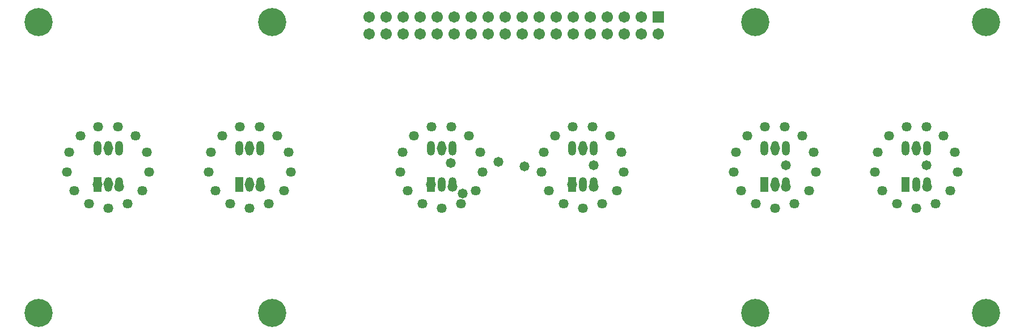
<source format=gts>
G04*
G04 #@! TF.GenerationSoftware,Altium Limited,Altium Designer,18.1.11 (251)*
G04*
G04 Layer_Color=8388736*
%FSLAX25Y25*%
%MOIN*%
G70*
G01*
G75*
%ADD14O,0.04737X0.08674*%
%ADD15R,0.04737X0.08674*%
%ADD16C,0.05760*%
%ADD17C,0.06706*%
%ADD18R,0.06706X0.06706*%
%ADD19C,0.16548*%
%ADD20C,0.05800*%
D14*
X176799Y264000D02*
D03*
X170500D02*
D03*
X164201D02*
D03*
X176799Y242740D02*
D03*
X170500D02*
D03*
X259991Y264000D02*
D03*
X253692D02*
D03*
X247393D02*
D03*
X259991Y242740D02*
D03*
X253692D02*
D03*
X372799Y264000D02*
D03*
X366500D02*
D03*
X360201D02*
D03*
X372799Y242740D02*
D03*
X366500D02*
D03*
X455799Y264000D02*
D03*
X449500D02*
D03*
X443201D02*
D03*
X455799Y242740D02*
D03*
X449500D02*
D03*
X568799Y264000D02*
D03*
X562500D02*
D03*
X556201D02*
D03*
X568799Y242740D02*
D03*
X562500D02*
D03*
X651855Y264000D02*
D03*
X645556D02*
D03*
X639257D02*
D03*
X651855Y242740D02*
D03*
X645556D02*
D03*
D15*
X164201D02*
D03*
X247393D02*
D03*
X360201D02*
D03*
X443201D02*
D03*
X556201D02*
D03*
X639257D02*
D03*
D16*
X181825Y231422D02*
D03*
X159175D02*
D03*
X170500Y228630D02*
D03*
X194692Y250063D02*
D03*
X193286Y261642D02*
D03*
X186660Y271241D02*
D03*
X176332Y276662D02*
D03*
X164668D02*
D03*
X154340Y271241D02*
D03*
X147714Y261642D02*
D03*
X146308Y250063D02*
D03*
X150444Y239156D02*
D03*
X190556D02*
D03*
X273748D02*
D03*
X233636D02*
D03*
X229500Y250063D02*
D03*
X230906Y261642D02*
D03*
X237532Y271241D02*
D03*
X247860Y276662D02*
D03*
X259524D02*
D03*
X269852Y271241D02*
D03*
X276478Y261642D02*
D03*
X277884Y250063D02*
D03*
X253692Y228630D02*
D03*
X242367Y231422D02*
D03*
X265017D02*
D03*
X377825D02*
D03*
X355175D02*
D03*
X366500Y228630D02*
D03*
X390692Y250063D02*
D03*
X389286Y261642D02*
D03*
X382660Y271241D02*
D03*
X372332Y276662D02*
D03*
X360668D02*
D03*
X350340Y271241D02*
D03*
X343714Y261642D02*
D03*
X342308Y250063D02*
D03*
X346444Y239156D02*
D03*
X386556D02*
D03*
X469556D02*
D03*
X429444D02*
D03*
X425308Y250063D02*
D03*
X426714Y261642D02*
D03*
X433340Y271241D02*
D03*
X443668Y276662D02*
D03*
X455332D02*
D03*
X465660Y271241D02*
D03*
X472286Y261642D02*
D03*
X473692Y250063D02*
D03*
X449500Y228630D02*
D03*
X438175Y231422D02*
D03*
X460825D02*
D03*
X573825D02*
D03*
X551175D02*
D03*
X562500Y228630D02*
D03*
X586692Y250063D02*
D03*
X585286Y261642D02*
D03*
X578660Y271241D02*
D03*
X568332Y276662D02*
D03*
X556668D02*
D03*
X546340Y271241D02*
D03*
X539714Y261642D02*
D03*
X538308Y250063D02*
D03*
X542444Y239156D02*
D03*
X582556D02*
D03*
X665612D02*
D03*
X625500D02*
D03*
X621364Y250063D02*
D03*
X622770Y261642D02*
D03*
X629396Y271241D02*
D03*
X639724Y276662D02*
D03*
X651388D02*
D03*
X661716Y271241D02*
D03*
X668342Y261642D02*
D03*
X669748Y250063D02*
D03*
X645556Y228630D02*
D03*
X634231Y231422D02*
D03*
X656881D02*
D03*
D17*
X324000Y331500D02*
D03*
Y341500D02*
D03*
X334000Y331500D02*
D03*
Y341500D02*
D03*
X344000Y331500D02*
D03*
Y341500D02*
D03*
X354000Y331500D02*
D03*
Y341500D02*
D03*
X364000Y331500D02*
D03*
Y341500D02*
D03*
X374000Y331500D02*
D03*
Y341500D02*
D03*
X384000Y331500D02*
D03*
Y341500D02*
D03*
X394000Y331500D02*
D03*
Y341500D02*
D03*
X404000Y331500D02*
D03*
Y341500D02*
D03*
X414000Y331500D02*
D03*
Y341500D02*
D03*
X424000Y331500D02*
D03*
Y341500D02*
D03*
X434000Y331500D02*
D03*
Y341500D02*
D03*
X444000Y331500D02*
D03*
Y341500D02*
D03*
X454000Y331500D02*
D03*
Y341500D02*
D03*
X464000Y331500D02*
D03*
Y341500D02*
D03*
X474000Y331500D02*
D03*
Y341500D02*
D03*
X484000Y331500D02*
D03*
Y341500D02*
D03*
X494000Y331500D02*
D03*
D18*
Y341500D02*
D03*
D19*
X129500Y167000D02*
D03*
X686500D02*
D03*
Y338500D02*
D03*
X129500D02*
D03*
X267000Y167000D02*
D03*
X551000D02*
D03*
Y338500D02*
D03*
X267000D02*
D03*
D20*
X170500Y264000D02*
D03*
X253692D02*
D03*
X366500D02*
D03*
X645556D02*
D03*
X562500D02*
D03*
X449500D02*
D03*
X651500Y254000D02*
D03*
X568799D02*
D03*
X455799D02*
D03*
X415142Y253500D02*
D03*
X400000Y256000D02*
D03*
X372000Y255500D02*
D03*
X379000Y237500D02*
D03*
X373000Y241500D02*
D03*
X562500Y242500D02*
D03*
X443201Y242740D02*
D03*
X360201D02*
D03*
X651855Y241244D02*
D03*
X568799Y241244D02*
D03*
X455799Y241244D02*
D03*
X259991D02*
D03*
X177000D02*
D03*
X253692Y242740D02*
D03*
X164201D02*
D03*
X170500Y243000D02*
D03*
M02*

</source>
